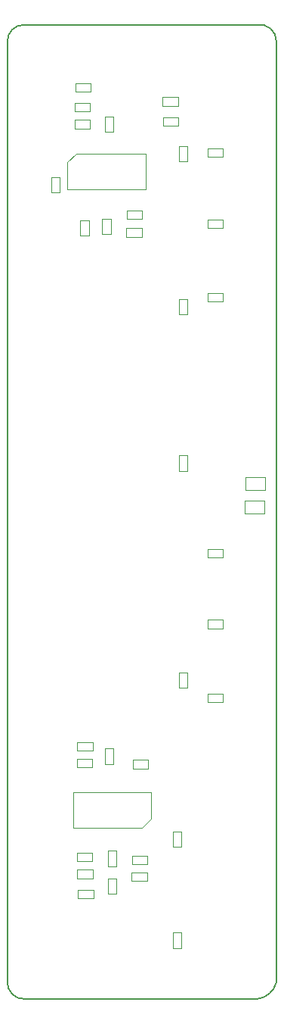
<source format=gbr>
G04 DipTrace 4.0.0.5*
G04 BottomAssembly.gbr*
%MOIN*%
G04 #@! TF.FileFunction,Drawing,Bot*
G04 #@! TF.Part,Single*
%ADD12C,0.005512*%
%ADD13C,0.004724*%
%FSLAX26Y26*%
G04*
G70*
G90*
G75*
G01*
G04 BotAssy*
%LPD*%
X1530693Y2633564D2*
D13*
Y2691044D1*
X1444078D1*
Y2633564D1*
X1530693D1*
X690107Y4337647D2*
Y4299851D1*
X759399D1*
Y4337647D1*
X690107D1*
X1147391Y4324851D2*
Y4362647D1*
X1078099D1*
Y4324851D1*
X1147391D1*
X1527901Y2530786D2*
Y2588266D1*
X1441287D1*
Y2530786D1*
X1527901D1*
X862647Y4278395D2*
X824851D1*
Y4209103D1*
X862647D1*
Y4278395D1*
X850147Y3828395D2*
X812351D1*
Y3759103D1*
X850147D1*
Y3828395D1*
X988307Y3747865D2*
Y3785660D1*
X919015D1*
Y3747865D1*
X988307D1*
X1009891Y912351D2*
Y950147D1*
X940599D1*
Y912351D1*
X1009891D1*
X837352Y977607D2*
X875147Y977608D1*
X875146Y1046899D1*
X837351Y1046898D1*
X837352Y977607D1*
X824854Y1427607D2*
X862649Y1427608D1*
X862647Y1496899D1*
X824852Y1496898D1*
X824854Y1427607D1*
X702607Y962647D2*
Y924851D1*
X771899D1*
Y962647D1*
X702607D1*
Y1525147D2*
Y1487351D1*
X771899D1*
Y1525147D1*
X702607D1*
X760481Y4387351D2*
Y4425147D1*
X693552D1*
Y4387351D1*
X760481D1*
X625147Y4010481D2*
X587351D1*
Y3943552D1*
X625147D1*
Y4010481D1*
X1187647Y4147981D2*
X1149851D1*
Y4081052D1*
X1187647D1*
Y4147981D1*
Y3472981D2*
X1149851D1*
Y3406052D1*
X1187647D1*
Y3472981D1*
X689517Y4262647D2*
Y4224851D1*
X756446D1*
Y4262647D1*
X689517D1*
X1147981Y4237351D2*
Y4275147D1*
X1081052D1*
Y4237351D1*
X1147981D1*
X1277017Y4137647D2*
Y4099851D1*
X1343946D1*
Y4137647D1*
X1277017D1*
Y3825147D2*
Y3787351D1*
X1343946D1*
Y3825147D1*
X1277017D1*
X715863Y3754121D2*
X753658Y3754122D1*
X753657Y3821051D1*
X715861D1*
X715863Y3754121D1*
X875145Y922982D2*
X837349Y922981D1*
X837351Y856052D1*
X875146Y856053D1*
X875145Y922982D1*
X1187647Y2785481D2*
X1149851D1*
Y2718552D1*
X1187647D1*
Y2785481D1*
X1149851Y1764517D2*
X1187647D1*
Y1831446D1*
X1149851D1*
Y1764517D1*
X988897Y3825287D2*
Y3863082D1*
X921968D1*
Y3825287D1*
X988897D1*
X1010481Y987351D2*
Y1025147D1*
X943552D1*
Y987351D1*
X1010481D1*
X1277017Y3500147D2*
Y3462351D1*
X1343946D1*
Y3500147D1*
X1277017D1*
Y2375147D2*
Y2337351D1*
X1343946D1*
Y2375147D1*
X1277017D1*
X706052Y875146D2*
X706053Y837350D1*
X772982Y837352D1*
X772981Y875148D1*
X706052Y875146D1*
X947784Y1445913D2*
X947785Y1408118D1*
X1014714Y1408120D1*
X1014713Y1445915D1*
X947784Y1445913D1*
X1124852Y1064516D2*
X1162647Y1064517D1*
X1162646Y1131446D1*
X1124851D1*
X1124852Y1064516D1*
X1162647Y685481D2*
X1124851D1*
Y618552D1*
X1162647D1*
Y685481D1*
X702017Y1037647D2*
Y999851D1*
X768946D1*
Y1037647D1*
X702017D1*
Y1450147D2*
Y1412351D1*
X768946D1*
Y1450147D1*
X702017D1*
X1277017Y2062647D2*
Y2024851D1*
X1343946D1*
Y2062647D1*
X1277017D1*
Y1737647D2*
Y1699851D1*
X1343946D1*
Y1737647D1*
X1277017D1*
X658808Y3957233D2*
X1003690D1*
Y4114714D1*
X698178D1*
X658808Y4075344D1*
Y3957233D1*
X1028690Y1305265D2*
X683808D1*
Y1147784D1*
X989320D1*
X1028690Y1187155D1*
Y1305265D1*
X468749Y393749D2*
D12*
X1493749D1*
G03X1581249Y468749I-7859J97711D01*
G01*
Y4606249D1*
G03X1493749Y4681249I-74327J1827D01*
G01*
X468749D1*
G03X393749Y4606249I-2643J-72357D01*
G01*
Y468749D1*
G03X468749Y393749I72357J-2643D01*
G01*
M02*

</source>
